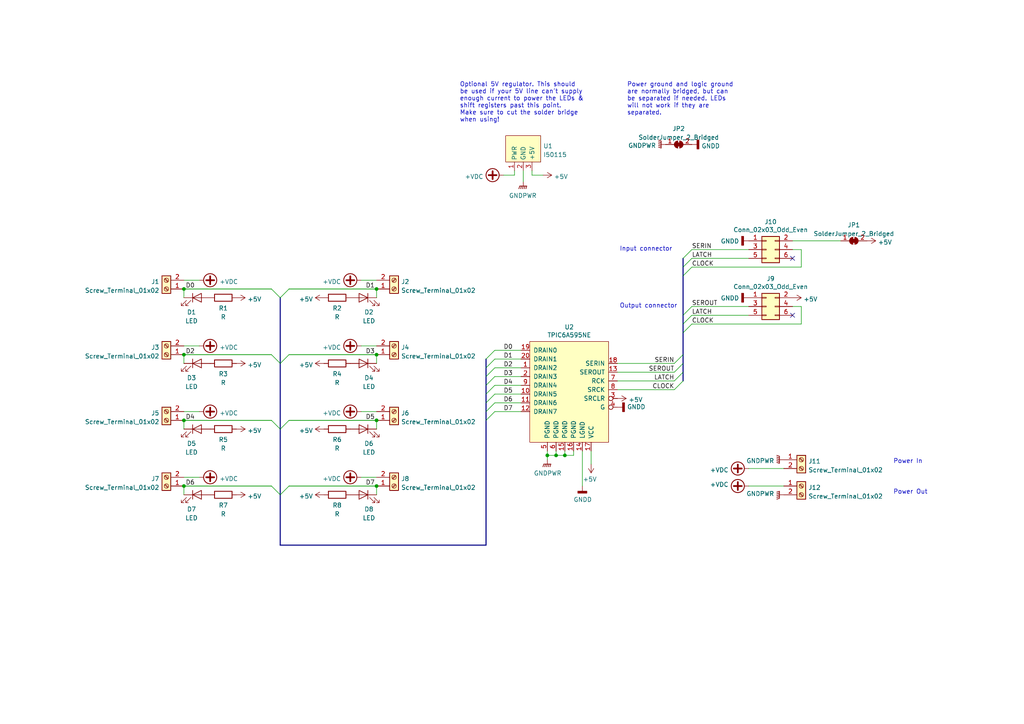
<source format=kicad_sch>
(kicad_sch (version 20211123) (generator eeschema)
  (paper "A4")
  (title_block (title "Power Shift Register - Daughter Board") (date "2022-03-18") (rev "0") (company "Science Museum of Minnesota") (comment 1 "Author: Kate Swanson"))
  (lib_symbols
    (symbol "+5V_2" (power) (pin_names (offset 0))
      (property "Value" "+5V_2" (at 0 3.556 0))
      (symbol "+5V_2_0_1"
        (polyline (pts (xy -0.762 1.27) (xy 0 2.54)))
        (polyline (pts (xy 0 0) (xy 0 2.54)))
        (polyline (pts (xy 0 2.54) (xy 0.762 1.27)))
      )
      (symbol "+5V_2_1_1"
        (pin power_in line (at 0 0 90) (length 0) hide (name "+5V") (number "1"))
      )
    )
    (symbol "+5V_3" (power) (pin_names (offset 0))
      (property "Value" "+5V_3" (at 0 3.556 0))
      (symbol "+5V_3_0_1"
        (polyline (pts (xy -0.762 1.27) (xy 0 2.54)))
        (polyline (pts (xy 0 0) (xy 0 2.54)))
        (polyline (pts (xy 0 2.54) (xy 0.762 1.27)))
      )
      (symbol "+5V_3_1_1"
        (pin power_in line (at 0 0 90) (length 0) hide (name "+5V") (number "1"))
      )
    )
    (symbol "+5V_4" (power) (pin_names (offset 0))
      (property "Value" "+5V_4" (at 0 3.556 0))
      (symbol "+5V_4_0_1"
        (polyline (pts (xy -0.762 1.27) (xy 0 2.54)))
        (polyline (pts (xy 0 0) (xy 0 2.54)))
        (polyline (pts (xy 0 2.54) (xy 0.762 1.27)))
      )
      (symbol "+5V_4_1_1"
        (pin power_in line (at 0 0 90) (length 0) hide (name "+5V") (number "1"))
      )
    )
    (symbol "Connector:Screw_Terminal_01x02" (pin_names (offset 1.016) hide)
      (property "Reference" "J" (at 0 2.54 0))
      (property "Value" "Screw_Terminal_01x02" (at 0 -5.08 0))
      (symbol "Screw_Terminal_01x02_1_1"
        (rectangle (start -1.27 1.27) (end 1.27 -3.81) (stroke (width 0.254)) (fill (type background)))
        (circle (center 0 -2.54) (radius 0.635) (stroke (width 0.1524)))
        (polyline (pts (xy -0.5334 -2.2098) (xy 0.3302 -3.048)) (stroke (width 0.1524)))
        (polyline (pts (xy -0.5334 0.3302) (xy 0.3302 -0.508)) (stroke (width 0.1524)))
        (polyline (pts (xy -0.3556 -2.032) (xy 0.508 -2.8702)) (stroke (width 0.1524)))
        (polyline (pts (xy -0.3556 0.508) (xy 0.508 -0.3302)) (stroke (width 0.1524)))
        (circle (center 0 0) (radius 0.635) (stroke (width 0.1524)))
        (pin passive line (at -5.08 0 0) (length 3.81) (name "Pin_1") (number "1"))
        (pin passive line (at -5.08 -2.54 0) (length 3.81) (name "Pin_2") (number "2"))
      )
    )
    (symbol "Connector_Generic:Conn_02x03_Odd_Even" (pin_names (offset 1.016) hide)
      (property "Reference" "J" (at 1.27 5.08 0))
      (property "Value" "Connector_Generic_Conn_02x03_Odd_Even" (at 1.27 -5.08 0))
      (symbol "Conn_02x03_Odd_Even_1_1"
        (rectangle (start -1.27 -2.413) (end 0 -2.667) (stroke (width 0.1524)))
        (rectangle (start -1.27 0.127) (end 0 -0.127) (stroke (width 0.1524)))
        (rectangle (start -1.27 2.667) (end 0 2.413) (stroke (width 0.1524)))
        (rectangle (start -1.27 3.81) (end 3.81 -3.81) (stroke (width 0.254)) (fill (type background)))
        (rectangle (start 3.81 -2.413) (end 2.54 -2.667) (stroke (width 0.1524)))
        (rectangle (start 3.81 0.127) (end 2.54 -0.127) (stroke (width 0.1524)))
        (rectangle (start 3.81 2.667) (end 2.54 2.413) (stroke (width 0.1524)))
        (pin passive line (at -5.08 2.54 0) (length 3.81) (name "Pin_1") (number "1"))
        (pin passive line (at 7.62 2.54 180) (length 3.81) (name "Pin_2") (number "2"))
        (pin passive line (at -5.08 0 0) (length 3.81) (name "Pin_3") (number "3"))
        (pin passive line (at 7.62 0 180) (length 3.81) (name "Pin_4") (number "4"))
        (pin passive line (at -5.08 -2.54 0) (length 3.81) (name "Pin_5") (number "5"))
        (pin passive line (at 7.62 -2.54 180) (length 3.81) (name "Pin_6") (number "6"))
      )
    )
    (symbol "Device:LED" (pin_numbers hide) (pin_names (offset 1.016) hide)
      (property "Reference" "D" (at 0 2.54 0))
      (property "Value" "LED" (at 0 -2.54 0))
      (symbol "LED_0_1"
        (polyline (pts (xy -1.27 -1.27) (xy -1.27 1.27)) (stroke (width 0.2032)))
        (polyline (pts (xy -1.27 0) (xy 1.27 0)))
        (polyline (pts (xy 1.27 -1.27) (xy 1.27 1.27) (xy -1.27 0) (xy 1.27 -1.27)) (stroke (width 0.2032)))
        (polyline (pts (xy -3.048 -0.762) (xy -4.572 -2.286) (xy -3.81 -2.286) (xy -4.572 -2.286) (xy -4.572 -1.524)))
        (polyline (pts (xy -1.778 -0.762) (xy -3.302 -2.286) (xy -2.54 -2.286) (xy -3.302 -2.286) (xy -3.302 -1.524)))
      )
      (symbol "LED_1_1"
        (pin passive line (at -3.81 0 0) (length 2.54) (name "K") (number "1"))
        (pin passive line (at 3.81 0 180) (length 2.54) (name "A") (number "2"))
      )
    )
    (symbol "Device:R" (pin_numbers hide) (pin_names (offset 0))
      (property "Reference" "R" (at 2.032 0 90))
      (property "Value" "R" (at 0 0 90))
      (symbol "R_0_1"
        (rectangle (start -1.016 -2.54) (end 1.016 2.54) (stroke (width 0.254)))
      )
      (symbol "R_1_1"
        (pin passive line (at 0 3.81 270) (length 1.27) (name "~") (number "1"))
        (pin passive line (at 0 -3.81 90) (length 1.27) (name "~") (number "2"))
      )
    )
    (symbol "GNDD_1" (power) (pin_names (offset 0))
      (property "Value" "GNDD_1" (at 0 -3.175 0))
      (symbol "GNDD_1_0_1"
        (rectangle (start -1.27 -1.524) (end 1.27 -2.032) (stroke (width 0.254)) (fill (type outline)))
        (polyline (pts (xy 0 0) (xy 0 -1.524)))
      )
      (symbol "GNDD_1_1_1"
        (pin power_in line (at 0 0 270) (length 0) hide (name "GNDD") (number "1"))
      )
    )
    (symbol "GNDPWR_1" (power) (pin_names (offset 0))
      (property "Value" "GNDPWR_1" (at 0 -3.302 0))
      (symbol "GNDPWR_1_0_1"
        (polyline (pts (xy 0 -1.27) (xy 0 0)))
        (polyline (pts (xy -1.016 -1.27) (xy -1.27 -2.032) (xy -1.27 -2.032)) (stroke (width 0.2032)))
        (polyline (pts (xy -0.508 -1.27) (xy -0.762 -2.032) (xy -0.762 -2.032)) (stroke (width 0.2032)))
        (polyline (pts (xy 0 -1.27) (xy -0.254 -2.032) (xy -0.254 -2.032)) (stroke (width 0.2032)))
        (polyline (pts (xy 0.508 -1.27) (xy 0.254 -2.032) (xy 0.254 -2.032)) (stroke (width 0.2032)))
        (polyline (pts (xy 1.016 -1.27) (xy -1.016 -1.27) (xy -1.016 -1.27)) (stroke (width 0.2032)))
        (polyline (pts (xy 1.016 -1.27) (xy 0.762 -2.032) (xy 0.762 -2.032) (xy 0.762 -2.032)) (stroke (width 0.2032)))
      )
      (symbol "GNDPWR_1_1_1"
        (pin power_in line (at 0 0 270) (length 0) hide (name "GNDPWR") (number "1"))
      )
    )
    (symbol "GNDPWR_2" (power) (pin_names (offset 0))
      (property "Value" "GNDPWR_2" (at 0 -3.302 0))
      (symbol "GNDPWR_2_0_1"
        (polyline (pts (xy 0 -1.27) (xy 0 0)))
        (polyline (pts (xy -1.016 -1.27) (xy -1.27 -2.032) (xy -1.27 -2.032)) (stroke (width 0.2032)))
        (polyline (pts (xy -0.508 -1.27) (xy -0.762 -2.032) (xy -0.762 -2.032)) (stroke (width 0.2032)))
        (polyline (pts (xy 0 -1.27) (xy -0.254 -2.032) (xy -0.254 -2.032)) (stroke (width 0.2032)))
        (polyline (pts (xy 0.508 -1.27) (xy 0.254 -2.032) (xy 0.254 -2.032)) (stroke (width 0.2032)))
        (polyline (pts (xy 1.016 -1.27) (xy -1.016 -1.27) (xy -1.016 -1.27)) (stroke (width 0.2032)))
        (polyline (pts (xy 1.016 -1.27) (xy 0.762 -2.032) (xy 0.762 -2.032) (xy 0.762 -2.032)) (stroke (width 0.2032)))
      )
      (symbol "GNDPWR_2_1_1"
        (pin power_in line (at 0 0 270) (length 0) hide (name "GNDPWR") (number "1"))
      )
    )
    (symbol "GNDPWR_3" (power) (pin_names (offset 0))
      (property "Value" "GNDPWR_3" (at 0 -3.302 0))
      (symbol "GNDPWR_3_0_1"
        (polyline (pts (xy 0 -1.27) (xy 0 0)))
        (polyline (pts (xy -1.016 -1.27) (xy -1.27 -2.032) (xy -1.27 -2.032)) (stroke (width 0.2032)))
        (polyline (pts (xy -0.508 -1.27) (xy -0.762 -2.032) (xy -0.762 -2.032)) (stroke (width 0.2032)))
        (polyline (pts (xy 0 -1.27) (xy -0.254 -2.032) (xy -0.254 -2.032)) (stroke (width 0.2032)))
        (polyline (pts (xy 0.508 -1.27) (xy 0.254 -2.032) (xy 0.254 -2.032)) (stroke (width 0.2032)))
        (polyline (pts (xy 1.016 -1.27) (xy -1.016 -1.27) (xy -1.016 -1.27)) (stroke (width 0.2032)))
        (polyline (pts (xy 1.016 -1.27) (xy 0.762 -2.032) (xy 0.762 -2.032) (xy 0.762 -2.032)) (stroke (width 0.2032)))
      )
      (symbol "GNDPWR_3_1_1"
        (pin power_in line (at 0 0 270) (length 0) hide (name "GNDPWR") (number "1"))
      )
    )
    (symbol "Jumper:SolderJumper_2_Bridged" (pin_names (offset 0) hide)
      (property "Reference" "JP" (at 0 2.032 0))
      (property "Value" "SolderJumper_2_Bridged" (at 0 -2.54 0))
      (symbol "SolderJumper_2_Bridged_0_1"
        (rectangle (start -0.508 0.508) (end 0.508 -0.508) (fill (type outline)))
        (arc (start -0.254 1.016) (mid -1.27 0) (end -0.254 -1.016))
        (arc (start -0.254 1.016) (mid -1.27 0) (end -0.254 -1.016) (fill (type outline)))
        (polyline (pts (xy -0.254 1.016) (xy -0.254 -1.016)))
        (polyline (pts (xy 0.254 1.016) (xy 0.254 -1.016)))
        (arc (start 0.254 -1.016) (mid 1.27 0) (end 0.254 1.016))
        (arc (start 0.254 -1.016) (mid 1.27 0) (end 0.254 1.016) (fill (type outline)))
      )
      (symbol "SolderJumper_2_Bridged_1_1"
        (pin passive line (at -3.81 0 0) (length 2.54) (name "A") (number "1"))
        (pin passive line (at 3.81 0 180) (length 2.54) (name "B") (number "2"))
      )
    )
    (symbol "SMM:I50115"
      (property "Reference" "U" (at 0 0 0))
      (property "Value" "I50115" (at 0 -2.54 0))
      (symbol "I50115_0_1"
        (rectangle (start -5.08 -1.27) (end 5.08 -8.89) (stroke (width 0.1524)) (fill (type background)))
      )
      (symbol "I50115_1_1"
        (pin power_in line (at -2.54 -11.43 90) (length 2.54) (name "PWR") (number "1"))
        (pin unspecified line (at 0 -11.43 90) (length 2.54) (name "GND") (number "2"))
        (pin power_out line (at 2.54 -11.43 90) (length 2.54) (name "+5V") (number "3"))
      )
    )
    (symbol "power-shift-register:TPIC6A595NE" (pin_names (offset 1.016))
      (property "Reference" "U" (at 0 0 0))
      (property "Value" "TPIC6A595NE" (at 0 -12.7 90))
      (symbol "TPIC6A595NE_0_1"
        (rectangle (start -11.43 -1.27) (end 11.43 -30.48) (fill (type background)))
      )
      (symbol "TPIC6A595NE_1_1"
        (pin open_collector line (at -13.97 -8.89 0) (length 2.54) (name "DRAIN2") (number "1"))
        (pin open_collector line (at -13.97 -16.51 0) (length 2.54) (name "DRAIN5") (number "10"))
        (pin open_collector line (at -13.97 -19.05 0) (length 2.54) (name "DRAIN6") (number "11"))
        (pin open_collector line (at -13.97 -21.59 0) (length 2.54) (name "DRAIN7") (number "12"))
        (pin output line (at 13.97 -10.16 180) (length 2.54) (name "SEROUT") (number "13"))
        (pin power_in line (at 3.81 -33.02 90) (length 2.54) (name "LGND") (number "14"))
        (pin power_in line (at -1.27 -33.02 90) (length 2.54) (name "PGND") (number "15"))
        (pin power_in line (at 1.27 -33.02 90) (length 2.54) (name "PGND") (number "16"))
        (pin power_in line (at 6.35 -33.02 90) (length 2.54) (name "VCC") (number "17"))
        (pin input line (at 13.97 -7.62 180) (length 2.54) (name "SERIN") (number "18"))
        (pin open_collector line (at -13.97 -3.81 0) (length 2.54) (name "DRAIN0") (number "19"))
        (pin open_collector line (at -13.97 -11.43 0) (length 2.54) (name "DRAIN3") (number "2"))
        (pin open_collector line (at -13.97 -6.35 0) (length 2.54) (name "DRAIN1") (number "20"))
        (pin input inverted (at 13.97 -17.78 180) (length 2.54) (name "SRCLR") (number "3"))
        (pin input inverted (at 13.97 -20.32 180) (length 2.54) (name "G") (number "4"))
        (pin power_in line (at -6.35 -33.02 90) (length 2.54) (name "PGND") (number "5"))
        (pin power_in line (at -3.81 -33.02 90) (length 2.54) (name "PGND") (number "6"))
        (pin input line (at 13.97 -12.7 180) (length 2.54) (name "RCK") (number "7"))
        (pin input line (at 13.97 -15.24 180) (length 2.54) (name "SRCK") (number "8"))
        (pin open_collector line (at -13.97 -13.97 0) (length 2.54) (name "DRAIN4") (number "9"))
      )
    )
    (symbol "power:+5V" (power) (pin_names (offset 0))
      (property "Value" "power_+5V" (at 0 3.556 0))
      (symbol "+5V_0_1"
        (polyline (pts (xy -0.762 1.27) (xy 0 2.54)))
        (polyline (pts (xy 0 0) (xy 0 2.54)))
        (polyline (pts (xy 0 2.54) (xy 0.762 1.27)))
      )
      (symbol "+5V_1_1"
        (pin power_in line (at 0 0 90) (length 0) hide (name "+5V") (number "1"))
      )
    )
    (symbol "power:+VDC" (power) (pin_names (offset 0))
      (property "Value" "+VDC" (at 0 6.35 0))
      (symbol "+VDC_0_1"
        (polyline (pts (xy -1.143 3.175) (xy 1.143 3.175)) (stroke (width 0.508)))
        (polyline (pts (xy 0 0) (xy 0 1.27)))
        (polyline (pts (xy 0 2.032) (xy 0 4.318)) (stroke (width 0.508)))
        (circle (center 0 3.175) (radius 1.905) (stroke (width 0.254)))
      )
      (symbol "+VDC_1_1"
        (pin power_in line (at 0 0 90) (length 0) hide (name "+VDC") (number "1"))
      )
    )
    (symbol "power:GNDD" (power) (pin_names (offset 0))
      (property "Value" "power_GNDD" (at 0 -3.175 0))
      (symbol "GNDD_0_1"
        (rectangle (start -1.27 -1.524) (end 1.27 -2.032) (stroke (width 0.254)) (fill (type outline)))
        (polyline (pts (xy 0 0) (xy 0 -1.524)))
      )
      (symbol "GNDD_1_1"
        (pin power_in line (at 0 0 270) (length 0) hide (name "GNDD") (number "1"))
      )
    )
    (symbol "power:GNDPWR" (power) (pin_names (offset 0))
      (property "Value" "power_GNDPWR" (at 0 -3.302 0))
      (symbol "GNDPWR_0_1"
        (polyline (pts (xy 0 -1.27) (xy 0 0)))
        (polyline (pts (xy -1.016 -1.27) (xy -1.27 -2.032) (xy -1.27 -2.032)) (stroke (width 0.2032)))
        (polyline (pts (xy -0.508 -1.27) (xy -0.762 -2.032) (xy -0.762 -2.032)) (stroke (width 0.2032)))
        (polyline (pts (xy 0 -1.27) (xy -0.254 -2.032) (xy -0.254 -2.032)) (stroke (width 0.2032)))
        (polyline (pts (xy 0.508 -1.27) (xy 0.254 -2.032) (xy 0.254 -2.032)) (stroke (width 0.2032)))
        (polyline (pts (xy 1.016 -1.27) (xy -1.016 -1.27) (xy -1.016 -1.27)) (stroke (width 0.2032)))
        (polyline (pts (xy 1.016 -1.27) (xy 0.762 -2.032) (xy 0.762 -2.032) (xy 0.762 -2.032)) (stroke (width 0.2032)))
      )
      (symbol "GNDPWR_1_1"
        (pin power_in line (at 0 0 270) (length 0) hide (name "GNDPWR") (number "1"))
      )
    )
  )
  (junction (at 161.29 132.08))
  (junction (at 163.83 132.08))
  (junction (at 109.22 121.92))
  (junction (at 109.22 140.97))
  (junction (at 158.75 132.08))
  (junction (at 53.34 140.97))
  (junction (at 53.34 102.87))
  (junction (at 109.22 83.82))
  (junction (at 109.22 102.87))
  (junction (at 53.34 83.82))
  (junction (at 53.34 121.92))
  (no_connect (at 229.87 91.44))
  (no_connect (at 229.87 74.93))
  (bus_entry (at 83.82 140.97) (size -2.54 2.54))
  (bus_entry (at 83.82 83.82) (size -2.54 2.54))
  (bus_entry (at 143.51 114.3) (size -2.54 2.54))
  (bus_entry (at 78.74 121.92) (size 2.54 2.54))
  (bus_entry (at 195.58 113.03) (size 2.54 -2.54))
  (bus_entry (at 83.82 121.92) (size -2.54 2.54))
  (bus_entry (at 83.82 102.87) (size -2.54 2.54))
  (bus_entry (at 78.74 83.82) (size 2.54 2.54))
  (bus_entry (at 78.74 140.97) (size 2.54 2.54))
  (bus_entry (at 200.66 72.39) (size -2.54 2.54))
  (bus_entry (at 200.66 77.47) (size -2.54 2.54))
  (bus_entry (at 143.51 119.38) (size -2.54 2.54))
  (bus_entry (at 200.66 88.9) (size -2.54 2.54))
  (bus_entry (at 78.74 102.87) (size 2.54 2.54))
  (bus_entry (at 200.66 91.44) (size -2.54 2.54))
  (bus_entry (at 143.51 101.6) (size -2.54 2.54))
  (bus_entry (at 200.66 74.93) (size -2.54 2.54))
  (bus_entry (at 195.58 110.49) (size 2.54 -2.54))
  (bus_entry (at 200.66 93.98) (size -2.54 2.54))
  (bus_entry (at 195.58 107.95) (size 2.54 -2.54))
  (bus_entry (at 195.58 105.41) (size 2.54 -2.54))
  (bus_entry (at 143.51 111.76) (size -2.54 2.54))
  (bus_entry (at 143.51 106.68) (size -2.54 2.54))
  (bus_entry (at 143.51 109.22) (size -2.54 2.54))
  (bus_entry (at 143.51 116.84) (size -2.54 2.54))
  (bus_entry (at 143.51 104.14) (size -2.54 2.54))
  (wire (pts (xy 232.41 88.9) (xy 232.41 93.98)))
  (bus (pts (xy 140.97 121.92) (xy 140.97 158.115)))
  (wire (pts (xy 104.775 138.43) (xy 109.22 138.43)))
  (wire (pts (xy 78.74 83.82) (xy 53.34 83.82)) (stroke (width 0.2032)))
  (wire (pts (xy 229.87 88.9) (xy 232.41 88.9)))
  (bus (pts (xy 81.28 105.41) (xy 81.28 124.46)))
  (bus (pts (xy 198.12 80.01) (xy 198.12 91.44)))
  (bus (pts (xy 81.28 158.115) (xy 81.28 143.51)))
  (wire (pts (xy 143.51 114.3) (xy 151.13 114.3)))
  (bus (pts (xy 198.12 102.87) (xy 198.12 105.41)))
  (wire (pts (xy 195.58 105.41) (xy 179.07 105.41)))
  (wire (pts (xy 229.87 72.39) (xy 232.41 72.39)))
  (wire (pts (xy 57.785 119.38) (xy 53.34 119.38)))
  (wire (pts (xy 109.22 140.97) (xy 109.22 143.51)))
  (wire (pts (xy 53.34 121.92) (xy 53.34 124.46)))
  (wire (pts (xy 200.66 88.9) (xy 217.17 88.9)))
  (wire (pts (xy 53.34 83.82) (xy 53.34 86.36)))
  (wire (pts (xy 166.37 132.08) (xy 166.37 130.81)))
  (wire (pts (xy 104.775 81.28) (xy 109.22 81.28)))
  (bus (pts (xy 198.12 91.44) (xy 198.12 93.98)))
  (wire (pts (xy 200.66 93.98) (xy 232.41 93.98)))
  (bus (pts (xy 198.12 107.95) (xy 198.12 110.49)))
  (wire (pts (xy 151.765 52.705) (xy 151.765 49.53)))
  (wire (pts (xy 104.775 100.33) (xy 109.22 100.33)))
  (bus (pts (xy 198.12 105.41) (xy 198.12 107.95)))
  (wire (pts (xy 200.66 74.93) (xy 217.17 74.93)))
  (wire (pts (xy 179.07 113.03) (xy 195.58 113.03)))
  (wire (pts (xy 158.75 132.08) (xy 158.75 130.81)))
  (bus (pts (xy 140.97 104.14) (xy 140.97 106.68)))
  (bus (pts (xy 140.97 109.22) (xy 140.97 111.76)))
  (wire (pts (xy 200.66 77.47) (xy 232.41 77.47)))
  (bus (pts (xy 198.12 74.93) (xy 198.12 77.47)))
  (wire (pts (xy 143.51 116.84) (xy 151.13 116.84)))
  (bus (pts (xy 140.97 106.68) (xy 140.97 109.22)))
  (wire (pts (xy 161.29 132.08) (xy 163.83 132.08)))
  (wire (pts (xy 78.74 121.92) (xy 53.34 121.92)) (stroke (width 0.2032)))
  (wire (pts (xy 157.48 50.8) (xy 154.305 50.8)))
  (wire (pts (xy 229.87 69.85) (xy 243.84 69.85)))
  (wire (pts (xy 163.83 132.08) (xy 163.83 130.81)))
  (wire (pts (xy 109.22 83.82) (xy 109.22 86.36)))
  (wire (pts (xy 154.305 50.8) (xy 154.305 49.53)))
  (wire (pts (xy 78.74 102.87) (xy 53.34 102.87)) (stroke (width 0.2032)))
  (wire (pts (xy 146.05 50.8) (xy 149.225 50.8)))
  (wire (pts (xy 83.82 83.82) (xy 109.22 83.82)) (stroke (width 0.2032)))
  (bus (pts (xy 140.97 116.84) (xy 140.97 119.38)))
  (wire (pts (xy 149.225 50.8) (xy 149.225 49.53)))
  (wire (pts (xy 83.82 121.92) (xy 109.22 121.92)) (stroke (width 0.2032)))
  (wire (pts (xy 143.51 111.76) (xy 151.13 111.76)))
  (wire (pts (xy 217.17 140.97) (xy 227.33 140.97)))
  (wire (pts (xy 143.51 104.14) (xy 151.13 104.14)))
  (wire (pts (xy 143.51 109.22) (xy 151.13 109.22)))
  (bus (pts (xy 140.97 111.76) (xy 140.97 114.3)))
  (wire (pts (xy 161.29 132.08) (xy 161.29 130.81)))
  (wire (pts (xy 53.34 140.97) (xy 53.34 143.51)))
  (wire (pts (xy 109.22 121.92) (xy 109.22 124.46)))
  (wire (pts (xy 217.17 135.89) (xy 227.33 135.89)))
  (wire (pts (xy 78.74 140.97) (xy 53.34 140.97)) (stroke (width 0.2032)))
  (bus (pts (xy 140.97 119.38) (xy 140.97 121.92)))
  (wire (pts (xy 232.41 72.39) (xy 232.41 77.47)))
  (bus (pts (xy 81.28 124.46) (xy 81.28 143.51)))
  (bus (pts (xy 140.97 158.115) (xy 81.28 158.115)))
  (wire (pts (xy 200.66 72.39) (xy 217.17 72.39)))
  (wire (pts (xy 143.51 119.38) (xy 151.13 119.38)))
  (wire (pts (xy 143.51 101.6) (xy 151.13 101.6)))
  (wire (pts (xy 109.22 102.87) (xy 109.22 105.41)))
  (wire (pts (xy 158.75 132.08) (xy 158.75 133.35)))
  (wire (pts (xy 158.75 132.08) (xy 161.29 132.08)))
  (wire (pts (xy 57.785 81.28) (xy 53.34 81.28)))
  (wire (pts (xy 57.785 100.33) (xy 53.34 100.33)))
  (bus (pts (xy 198.12 93.98) (xy 198.12 96.52)))
  (wire (pts (xy 57.785 138.43) (xy 53.34 138.43)))
  (wire (pts (xy 171.45 130.81) (xy 171.45 134.62)))
  (wire (pts (xy 83.82 102.87) (xy 109.22 102.87)) (stroke (width 0.2032)))
  (wire (pts (xy 168.91 130.81) (xy 168.91 140.97)))
  (wire (pts (xy 83.82 140.97) (xy 109.22 140.97)) (stroke (width 0.2032)))
  (bus (pts (xy 198.12 77.47) (xy 198.12 80.01)))
  (wire (pts (xy 163.83 132.08) (xy 166.37 132.08)))
  (wire (pts (xy 200.66 91.44) (xy 217.17 91.44)))
  (wire (pts (xy 143.51 106.68) (xy 151.13 106.68)))
  (wire (pts (xy 53.34 102.87) (xy 53.34 105.41)))
  (wire (pts (xy 195.58 110.49) (xy 179.07 110.49)))
  (bus (pts (xy 81.28 86.36) (xy 81.28 105.41)))
  (wire (pts (xy 104.775 119.38) (xy 109.22 119.38)))
  (wire (pts (xy 195.58 107.95) (xy 179.07 107.95)))
  (bus (pts (xy 198.12 96.52) (xy 198.12 102.87)))
  (bus (pts (xy 140.97 114.3) (xy 140.97 116.84)))
  (text "Power Out\n" (at 259.08 143.51 0) (effects (font (size 1.27 1.27)) (justify left bottom)))
  (text "Output connector\n" (at 179.705 89.535 0) (effects (font (size 1.27 1.27)) (justify left bottom)))
  (text "Input connector\n" (at 179.705 73.025 0) (effects (font (size 1.27 1.27)) (justify left bottom)))
  (text "Power ground and logic ground \nare normally bridged, but can \nbe separated if needed. LEDs \nwill not work if they are \nseparated." (at 181.864 33.528 0) (effects (font (size 1.27 1.27)) (justify left bottom)))
  (text "Optional 5V regulator. This should\nbe used if your 5V line can't supply\nenough current to power the LEDs &\nshift registers past this point.\nMake sure to cut the solder bridge\nwhen using!" (at 133.35 35.56 0) (effects (font (size 1.27 1.27)) (justify left bottom)))
  (text "Power In\n" (at 259.08 134.62 0) (effects (font (size 1.27 1.27)) (justify left bottom)))
  (label "D2" (at 56.515 102.87 180))
  (label "SERIN" (at 195.58 105.41 180))
  (label "SEROUT" (at 200.66 88.9 0))
  (label "LATCH" (at 195.58 110.49 180))
  (label "LATCH" (at 200.66 74.93 0))
  (label "D0" (at 146.05 101.6 0))
  (label "D3" (at 146.05 109.22 0))
  (label "D7" (at 106.045 140.97 0))
  (label "D6" (at 56.515 140.97 180))
  (label "LATCH" (at 200.66 91.44 0))
  (label "SERIN" (at 200.66 72.39 0))
  (label "D2" (at 146.05 106.68 0))
  (label "D4" (at 56.515 121.92 180))
  (label "CLOCK" (at 200.66 77.47 0))
  (label "D6" (at 146.05 116.84 0))
  (label "D5" (at 106.045 121.92 0))
  (label "D5" (at 146.05 114.3 0))
  (label "D4" (at 146.05 111.76 0))
  (label "D7" (at 146.05 119.38 0))
  (label "CLOCK" (at 195.58 113.03 180))
  (label "D1" (at 146.05 104.14 0))
  (label "D1" (at 106.045 83.82 0))
  (label "D0" (at 56.515 83.82 180))
  (label "CLOCK" (at 200.66 93.98 0))
  (label "D3" (at 106.045 102.87 0))
  (label "SEROUT" (at 195.58 107.95 180))
  (symbol (lib_id "power-shift-register:TPIC6A595NE") (at 165.1 97.79 0) (unit 1)
    (property "Reference" "U2" (at 165.1 94.869 0))
    (property "Value" "TPIC6A595NE" (at 165.1 97.1804 0))
    (property "Footprint" "Package_DIP:DIP-20_W7.62mm_Socket" (effects hide))
  )
  (symbol (lib_id "Connector_Generic:Conn_02x03_Odd_Even") (at 222.25 88.9 0) (unit 1)
    (property "Reference" "J9" (at 223.52 80.8482 0))
    (property "Value" "Conn_02x03_Odd_Even" (at 223.52 83.1596 0))
    (property "Footprint" "Connector_IDC:IDC-Header_2x03_P2.54mm_Vertical" (effects hide))
  )
  (symbol (lib_id "power:GNDD") (at 217.17 86.36 270) (unit 1)
    (property "Reference" "#PWR029" (effects hide))
    (property "Value" "GNDD" (at 214.376 86.4616 90) (effects (justify right)))
  )
  (symbol (lib_id "power:GNDPWR") (at 158.75 133.35 0) (unit 1)
    (property "Reference" "#PWR022" (effects hide))
    (property "Value" "GNDPWR" (at 158.8516 137.2616 0))
  )
  (symbol (lib_id "power:GNDD") (at 168.91 140.97 0) (unit 1)
    (property "Reference" "#PWR024" (effects hide))
    (property "Value" "GNDD" (at 169.0116 144.907 0))
  )
  (symbol (lib_id "power:+5V") (at 171.45 134.62 180) (unit 1)
    (property "Reference" "#PWR025" (effects hide))
    (property "Value" "+5V" (at 171.069 139.0142 0))
  )
  (symbol (lib_id "power:+5V") (at 179.07 115.57 270) (unit 1)
    (property "Reference" "#PWR026" (effects hide))
    (property "Value" "+5V" (at 182.3212 115.951 90) (effects (justify left)))
  )
  (symbol (lib_id "power:GNDD") (at 179.07 118.11 90) (unit 1)
    (property "Reference" "#PWR027" (effects hide))
    (property "Value" "GNDD" (at 181.864 118.0084 90) (effects (justify right)))
  )
  (symbol (lib_name "+5V_4") (lib_id "power:+5V") (at 229.87 86.36 270) (unit 1)
    (property "Reference" "#PWR017" (effects hide))
    (property "Value" "+5V" (at 233.045 86.7938 90) (effects (justify left)))
  )
  (symbol (lib_id "Device:LED") (at 105.41 143.51 0) (mirror y) (unit 1)
    (property "Reference" "D8" (at 107.0102 147.6994 0))
    (property "Value" "LED" (at 107.0102 150.2363 0))
    (property "Footprint" "LED_THT:LED_D3.0mm" (effects hide))
  )
  (symbol (lib_id "Device:R") (at 64.77 86.36 90) (unit 1)
    (property "Reference" "R1" (at 64.77 89.4064 90))
    (property "Value" "R" (at 64.77 91.9433 90))
    (property "Footprint" "Resistor_THT:R_Axial_DIN0207_L6.3mm_D2.5mm_P10.16mm_Horizontal" (effects hide))
  )
  (symbol (lib_id "Connector:Screw_Terminal_01x02") (at 48.26 140.97 180) (unit 1)
    (property "Reference" "J7" (at 46.228 138.8653 0) (effects (justify left)))
    (property "Value" "Screw_Terminal_01x02" (at 46.228 141.4022 0) (effects (justify left)))
    (property "Footprint" "TerminalBlock:TerminalBlock_bornier-2_P5.08mm" (effects hide))
  )
  (symbol (lib_id "Connector:Screw_Terminal_01x02") (at 114.3 121.92 0) (mirror x) (unit 1)
    (property "Reference" "J6" (at 116.332 119.8153 0) (effects (justify left)))
    (property "Value" "Screw_Terminal_01x02" (at 116.332 122.3522 0) (effects (justify left)))
    (property "Footprint" "TerminalBlock:TerminalBlock_bornier-2_P5.08mm" (effects hide))
  )
  (symbol (lib_id "power:+VDC") (at 146.05 50.8 90) (unit 1)
    (property "Reference" "#PWR018" (effects hide))
    (property "Value" "+VDC" (at 140.208 51.2338 90) (effects (justify left)))
  )
  (symbol (lib_id "Device:LED") (at 105.41 105.41 0) (mirror y) (unit 1)
    (property "Reference" "D4" (at 107.0102 109.5994 0))
    (property "Value" "LED" (at 107.0102 112.1363 0))
    (property "Footprint" "LED_THT:LED_D3.0mm" (effects hide))
  )
  (symbol (lib_id "power:+VDC") (at 57.785 119.38 270) (unit 1)
    (property "Reference" "#PWR03" (effects hide))
    (property "Value" "+VDC" (at 63.627 119.8138 90) (effects (justify left)))
  )
  (symbol (lib_name "GNDD_1") (lib_id "power:GNDD") (at 200.66 41.91 90) (unit 1)
    (property "Reference" "#PWR030" (effects hide))
    (property "Value" "GNDD" (at 203.454 42.3438 90) (effects (justify right)))
  )
  (symbol (lib_id "power:+VDC") (at 57.785 81.28 270) (unit 1)
    (property "Reference" "#PWR01" (effects hide))
    (property "Value" "+VDC" (at 63.627 81.7138 90) (effects (justify left)))
  )
  (symbol (lib_id "power:+VDC") (at 104.775 100.33 90) (mirror x) (unit 1)
    (property "Reference" "#PWR014" (effects hide))
    (property "Value" "+VDC" (at 98.933 100.7638 90) (effects (justify left)))
  )
  (symbol (lib_name "+5V_3") (lib_id "power:+5V") (at 68.58 124.46 270) (unit 1)
    (property "Reference" "#PWR07" (effects hide))
    (property "Value" "+5V" (at 71.755 124.8938 90) (effects (justify left)))
  )
  (symbol (lib_id "Connector:Screw_Terminal_01x02") (at 232.41 140.97 0) (unit 1)
    (property "Reference" "J12" (at 234.442 141.4053 0) (effects (justify left)))
    (property "Value" "Screw_Terminal_01x02" (at 234.442 143.9422 0) (effects (justify left)))
    (property "Footprint" "SMM:TerminalBlock-2_P5.08mm_large" (effects hide))
  )
  (symbol (lib_name "+5V_3") (lib_id "power:+5V") (at 93.98 86.36 90) (mirror x) (unit 1)
    (property "Reference" "#PWR09" (effects hide))
    (property "Value" "+5V" (at 90.805 86.7938 90) (effects (justify left)))
  )
  (symbol (lib_id "Connector:Screw_Terminal_01x02") (at 114.3 140.97 0) (mirror x) (unit 1)
    (property "Reference" "J8" (at 116.332 138.8653 0) (effects (justify left)))
    (property "Value" "Screw_Terminal_01x02" (at 116.332 141.4022 0) (effects (justify left)))
    (property "Footprint" "TerminalBlock:TerminalBlock_bornier-2_P5.08mm" (effects hide))
  )
  (symbol (lib_id "Device:R") (at 97.79 86.36 270) (mirror x) (unit 1)
    (property "Reference" "R2" (at 97.79 89.4064 90))
    (property "Value" "R" (at 97.79 91.9433 90))
    (property "Footprint" "Resistor_THT:R_Axial_DIN0207_L6.3mm_D2.5mm_P10.16mm_Horizontal" (effects hide))
  )
  (symbol (lib_id "power:+VDC") (at 104.775 81.28 90) (mirror x) (unit 1)
    (property "Reference" "#PWR013" (effects hide))
    (property "Value" "+VDC" (at 98.933 81.7138 90) (effects (justify left)))
  )
  (symbol (lib_id "Device:LED") (at 57.15 86.36 0) (unit 1)
    (property "Reference" "D1" (at 55.5498 90.5494 0))
    (property "Value" "LED" (at 55.5498 93.0863 0))
    (property "Footprint" "LED_THT:LED_D3.0mm" (effects hide))
  )
  (symbol (lib_name "GNDPWR_2") (lib_id "power:GNDPWR") (at 151.765 52.705 0) (unit 1)
    (property "Reference" "#PWR019" (effects hide))
    (property "Value" "GNDPWR" (at 151.638 56.742 0))
  )
  (symbol (lib_id "SMM:I50115") (at 151.765 38.1 0) (unit 1)
    (property "Reference" "U1" (at 157.5562 42.3453 0) (effects (justify left)))
    (property "Value" "I50115" (at 157.5562 44.8822 0) (effects (justify left)))
    (property "Footprint" "SMM:I50115" (effects hide))
  )
  (symbol (lib_id "Device:R") (at 97.79 124.46 270) (mirror x) (unit 1)
    (property "Reference" "R6" (at 97.79 127.5064 90))
    (property "Value" "R" (at 97.79 130.0433 90))
    (property "Footprint" "Resistor_THT:R_Axial_DIN0207_L6.3mm_D2.5mm_P10.16mm_Horizontal" (effects hide))
  )
  (symbol (lib_name "+5V_4") (lib_id "power:+5V") (at 251.46 69.85 270) (unit 1)
    (property "Reference" "#PWR034" (effects hide))
    (property "Value" "+5V" (at 254.635 70.2838 90) (effects (justify left)))
  )
  (symbol (lib_id "power:+VDC") (at 217.17 140.97 90) (mirror x) (unit 1)
    (property "Reference" "#PWR031" (effects hide))
    (property "Value" "+VDC" (at 211.328 140.5362 90) (effects (justify left)))
  )
  (symbol (lib_id "power:+VDC") (at 104.775 138.43 90) (mirror x) (unit 1)
    (property "Reference" "#PWR016" (effects hide))
    (property "Value" "+VDC" (at 98.933 138.8638 90) (effects (justify left)))
  )
  (symbol (lib_id "Jumper:SolderJumper_2_Bridged") (at 247.65 69.85 0) (unit 1)
    (property "Reference" "JP1" (at 247.65 65.2612 0))
    (property "Value" "SolderJumper_2_Bridged" (at 247.65 67.7981 0))
    (property "Footprint" "Jumper:SolderJumper-2_P1.3mm_Bridged_RoundedPad1.0x1.5mm" (effects hide))
  )
  (symbol (lib_name "GNDPWR_3") (lib_id "power:GNDPWR") (at 227.33 133.35 270) (unit 1)
    (property "Reference" "#PWR032" (effects hide))
    (property "Value" "GNDPWR" (at 224.5615 133.6568 90) (effects (justify right)))
  )
  (symbol (lib_id "power:+VDC") (at 57.785 138.43 270) (unit 1)
    (property "Reference" "#PWR04" (effects hide))
    (property "Value" "+VDC" (at 63.627 138.8638 90) (effects (justify left)))
  )
  (symbol (lib_id "Device:R") (at 97.79 105.41 270) (mirror x) (unit 1)
    (property "Reference" "R4" (at 97.79 108.4564 90))
    (property "Value" "R" (at 97.79 110.9933 90))
    (property "Footprint" "Resistor_THT:R_Axial_DIN0207_L6.3mm_D2.5mm_P10.16mm_Horizontal" (effects hide))
  )
  (symbol (lib_name "+5V_3") (lib_id "power:+5V") (at 93.98 105.41 90) (mirror x) (unit 1)
    (property "Reference" "#PWR010" (effects hide))
    (property "Value" "+5V" (at 90.805 105.8438 90) (effects (justify left)))
  )
  (symbol (lib_id "Device:R") (at 64.77 124.46 90) (unit 1)
    (property "Reference" "R5" (at 64.77 127.5064 90))
    (property "Value" "R" (at 64.77 130.0433 90))
    (property "Footprint" "Resistor_THT:R_Axial_DIN0207_L6.3mm_D2.5mm_P10.16mm_Horizontal" (effects hide))
  )
  (symbol (lib_id "Device:LED") (at 57.15 124.46 0) (unit 1)
    (property "Reference" "D5" (at 55.5498 128.6494 0))
    (property "Value" "LED" (at 55.5498 131.1863 0))
    (property "Footprint" "LED_THT:LED_D3.0mm" (effects hide))
  )
  (symbol (lib_id "Connector:Screw_Terminal_01x02") (at 114.3 83.82 0) (mirror x) (unit 1)
    (property "Reference" "J2" (at 116.332 81.7153 0) (effects (justify left)))
    (property "Value" "Screw_Terminal_01x02" (at 116.332 84.2522 0) (effects (justify left)))
    (property "Footprint" "TerminalBlock:TerminalBlock_bornier-2_P5.08mm" (effects hide))
  )
  (symbol (lib_id "Connector:Screw_Terminal_01x02") (at 48.26 102.87 180) (unit 1)
    (property "Reference" "J3" (at 46.228 100.7653 0) (effects (justify left)))
    (property "Value" "Screw_Terminal_01x02" (at 46.228 103.3022 0) (effects (justify left)))
    (property "Footprint" "TerminalBlock:TerminalBlock_bornier-2_P5.08mm" (effects hide))
  )
  (symbol (lib_id "Connector:Screw_Terminal_01x02") (at 232.41 133.35 0) (unit 1)
    (property "Reference" "J11" (at 234.442 133.7853 0) (effects (justify left)))
    (property "Value" "Screw_Terminal_01x02" (at 234.442 136.3222 0) (effects (justify left)))
    (property "Footprint" "SMM:TerminalBlock-2_P5.08mm_large" (effects hide))
  )
  (symbol (lib_name "+5V_3") (lib_id "power:+5V") (at 93.98 143.51 90) (mirror x) (unit 1)
    (property "Reference" "#PWR012" (effects hide))
    (property "Value" "+5V" (at 90.805 143.9438 90) (effects (justify left)))
  )
  (symbol (lib_id "Jumper:SolderJumper_2_Bridged") (at 196.85 41.91 0) (unit 1)
    (property "Reference" "JP2" (at 196.85 37.3212 0))
    (property "Value" "SolderJumper_2_Bridged" (at 196.85 39.8581 0))
    (property "Footprint" "Jumper:SolderJumper-2_P1.3mm_Bridged_RoundedPad1.0x1.5mm" (effects hide))
  )
  (symbol (lib_id "Device:R") (at 64.77 105.41 90) (unit 1)
    (property "Reference" "R3" (at 64.77 108.4564 90))
    (property "Value" "R" (at 64.77 110.9933 90))
    (property "Footprint" "Resistor_THT:R_Axial_DIN0207_L6.3mm_D2.5mm_P10.16mm_Horizontal" (effects hide))
  )
  (symbol (lib_name "+5V_3") (lib_id "power:+5V") (at 93.98 124.46 90) (mirror x) (unit 1)
    (property "Reference" "#PWR011" (effects hide))
    (property "Value" "+5V" (at 90.805 124.8938 90) (effects (justify left)))
  )
  (symbol (lib_id "Device:LED") (at 105.41 86.36 0) (mirror y) (unit 1)
    (property "Reference" "D2" (at 107.0102 90.5494 0))
    (property "Value" "LED" (at 107.0102 93.0863 0))
    (property "Footprint" "LED_THT:LED_D3.0mm" (effects hide))
  )
  (symbol (lib_id "Connector:Screw_Terminal_01x02") (at 114.3 102.87 0) (mirror x) (unit 1)
    (property "Reference" "J4" (at 116.332 100.7653 0) (effects (justify left)))
    (property "Value" "Screw_Terminal_01x02" (at 116.332 103.3022 0) (effects (justify left)))
    (property "Footprint" "TerminalBlock:TerminalBlock_bornier-2_P5.08mm" (effects hide))
  )
  (symbol (lib_id "Device:LED") (at 57.15 105.41 0) (unit 1)
    (property "Reference" "D3" (at 55.5498 109.5994 0))
    (property "Value" "LED" (at 55.5498 112.1363 0))
    (property "Footprint" "LED_THT:LED_D3.0mm" (effects hide))
  )
  (symbol (lib_name "GNDPWR_1") (lib_id "power:GNDPWR") (at 193.04 41.91 270) (unit 1)
    (property "Reference" "#PWR028" (effects hide))
    (property "Value" "GNDPWR" (at 190.2715 42.2168 90) (effects (justify right)))
  )
  (symbol (lib_name "+5V_2") (lib_id "power:+5V") (at 157.48 50.8 270) (unit 1)
    (property "Reference" "#PWR020" (effects hide))
    (property "Value" "+5V" (at 160.655 51.2338 90) (effects (justify left)))
  )
  (symbol (lib_id "power:+VDC") (at 217.17 135.89 90) (unit 1)
    (property "Reference" "#PWR023" (effects hide))
    (property "Value" "+VDC" (at 211.328 136.3238 90) (effects (justify left)))
  )
  (symbol (lib_name "+5V_3") (lib_id "power:+5V") (at 68.58 86.36 270) (unit 1)
    (property "Reference" "#PWR05" (effects hide))
    (property "Value" "+5V" (at 71.755 86.7938 90) (effects (justify left)))
  )
  (symbol (lib_name "+5V_3") (lib_id "power:+5V") (at 68.58 143.51 270) (unit 1)
    (property "Reference" "#PWR08" (effects hide))
    (property "Value" "+5V" (at 71.755 143.9438 90) (effects (justify left)))
  )
  (symbol (lib_id "Device:R") (at 97.79 143.51 270) (mirror x) (unit 1)
    (property "Reference" "R8" (at 97.79 146.5564 90))
    (property "Value" "R" (at 97.79 149.0933 90))
    (property "Footprint" "Resistor_THT:R_Axial_DIN0207_L6.3mm_D2.5mm_P10.16mm_Horizontal" (effects hide))
  )
  (symbol (lib_id "Device:LED") (at 105.41 124.46 0) (mirror y) (unit 1)
    (property "Reference" "D6" (at 107.0102 128.6494 0))
    (property "Value" "LED" (at 107.0102 131.1863 0))
    (property "Footprint" "LED_THT:LED_D3.0mm" (effects hide))
  )
  (symbol (lib_id "Device:R") (at 64.77 143.51 90) (unit 1)
    (property "Reference" "R7" (at 64.77 146.5564 90))
    (property "Value" "R" (at 64.77 149.0933 90))
    (property "Footprint" "Resistor_THT:R_Axial_DIN0207_L6.3mm_D2.5mm_P10.16mm_Horizontal" (effects hide))
  )
  (symbol (lib_id "Device:LED") (at 57.15 143.51 0) (unit 1)
    (property "Reference" "D7" (at 55.5498 147.6994 0))
    (property "Value" "LED" (at 55.5498 150.2363 0))
    (property "Footprint" "LED_THT:LED_D3.0mm" (effects hide))
  )
  (symbol (lib_id "power:GNDD") (at 217.17 69.85 270) (unit 1)
    (property "Reference" "#PWR021" (effects hide))
    (property "Value" "GNDD" (at 214.376 69.9516 90) (effects (justify right)))
  )
  (symbol (lib_name "GNDPWR_3") (lib_id "power:GNDPWR") (at 227.33 143.51 270) (mirror x) (unit 1)
    (property "Reference" "#PWR033" (effects hide))
    (property "Value" "GNDPWR" (at 224.5615 143.2032 90) (effects (justify right)))
  )
  (symbol (lib_id "Connector:Screw_Terminal_01x02") (at 48.26 83.82 180) (unit 1)
    (property "Reference" "J1" (at 46.228 81.7153 0) (effects (justify left)))
    (property "Value" "Screw_Terminal_01x02" (at 46.228 84.2522 0) (effects (justify left)))
    (property "Footprint" "TerminalBlock:TerminalBlock_bornier-2_P5.08mm" (effects hide))
  )
  (symbol (lib_id "Connector_Generic:Conn_02x03_Odd_Even") (at 222.25 72.39 0) (unit 1)
    (property "Reference" "J10" (at 223.52 64.3382 0))
    (property "Value" "Conn_02x03_Odd_Even" (at 223.52 66.6496 0))
    (property "Footprint" "Connector_IDC:IDC-Header_2x03_P2.54mm_Vertical" (effects hide))
  )
  (symbol (lib_id "power:+VDC") (at 57.785 100.33 270) (unit 1)
    (property "Reference" "#PWR02" (effects hide))
    (property "Value" "+VDC" (at 63.627 100.7638 90) (effects (justify left)))
  )
  (symbol (lib_id "power:+VDC") (at 104.775 119.38 90) (mirror x) (unit 1)
    (property "Reference" "#PWR015" (effects hide))
    (property "Value" "+VDC" (at 98.933 119.8138 90) (effects (justify left)))
  )
  (symbol (lib_id "Connector:Screw_Terminal_01x02") (at 48.26 121.92 180) (unit 1)
    (property "Reference" "J5" (at 46.228 119.8153 0) (effects (justify left)))
    (property "Value" "Screw_Terminal_01x02" (at 46.228 122.3522 0) (effects (justify left)))
    (property "Footprint" "TerminalBlock:TerminalBlock_bornier-2_P5.08mm" (effects hide))
  )
  (symbol (lib_name "+5V_3") (lib_id "power:+5V") (at 68.58 105.41 270) (unit 1)
    (property "Reference" "#PWR06" (effects hide))
    (property "Value" "+5V" (at 71.755 105.8438 90) (effects (justify left)))
  )
)
</source>
